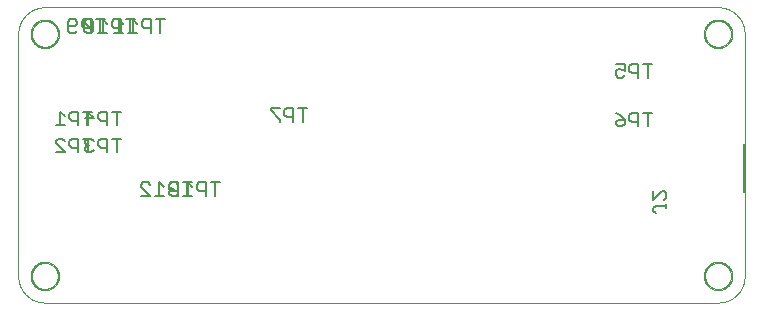
<source format=gbo>
G75*
%MOIN*%
%OFA0B0*%
%FSLAX25Y25*%
%IPPOS*%
%LPD*%
%AMOC8*
5,1,8,0,0,1.08239X$1,22.5*
%
%ADD10C,0.00039*%
%ADD11C,0.00000*%
%ADD12C,0.00394*%
%ADD13C,0.00500*%
D10*
X0111687Y0063551D02*
X0336097Y0063551D01*
X0336311Y0063554D01*
X0336525Y0063561D01*
X0336739Y0063574D01*
X0336952Y0063592D01*
X0337165Y0063616D01*
X0337377Y0063644D01*
X0337588Y0063677D01*
X0337799Y0063716D01*
X0338008Y0063760D01*
X0338217Y0063808D01*
X0338424Y0063862D01*
X0338630Y0063921D01*
X0338834Y0063985D01*
X0339037Y0064053D01*
X0339238Y0064127D01*
X0339437Y0064205D01*
X0339635Y0064288D01*
X0339830Y0064376D01*
X0340023Y0064468D01*
X0340214Y0064566D01*
X0340402Y0064667D01*
X0340588Y0064774D01*
X0340771Y0064884D01*
X0340951Y0065000D01*
X0341129Y0065119D01*
X0341304Y0065243D01*
X0341475Y0065371D01*
X0341644Y0065503D01*
X0341809Y0065639D01*
X0341971Y0065779D01*
X0342129Y0065923D01*
X0342284Y0066070D01*
X0342436Y0066222D01*
X0342583Y0066377D01*
X0342727Y0066535D01*
X0342867Y0066697D01*
X0343003Y0066862D01*
X0343135Y0067031D01*
X0343263Y0067202D01*
X0343387Y0067377D01*
X0343506Y0067555D01*
X0343622Y0067735D01*
X0343732Y0067918D01*
X0343839Y0068104D01*
X0343940Y0068292D01*
X0344038Y0068483D01*
X0344130Y0068676D01*
X0344218Y0068871D01*
X0344301Y0069069D01*
X0344379Y0069268D01*
X0344453Y0069469D01*
X0344521Y0069672D01*
X0344585Y0069876D01*
X0344644Y0070082D01*
X0344698Y0070289D01*
X0344746Y0070498D01*
X0344790Y0070707D01*
X0344829Y0070918D01*
X0344862Y0071129D01*
X0344890Y0071341D01*
X0344914Y0071554D01*
X0344932Y0071767D01*
X0344945Y0071981D01*
X0344952Y0072195D01*
X0344955Y0072409D01*
X0344955Y0153118D01*
X0344952Y0153332D01*
X0344945Y0153546D01*
X0344932Y0153760D01*
X0344914Y0153973D01*
X0344890Y0154186D01*
X0344862Y0154398D01*
X0344829Y0154609D01*
X0344790Y0154820D01*
X0344746Y0155029D01*
X0344698Y0155238D01*
X0344644Y0155445D01*
X0344585Y0155651D01*
X0344521Y0155855D01*
X0344453Y0156058D01*
X0344379Y0156259D01*
X0344301Y0156458D01*
X0344218Y0156656D01*
X0344130Y0156851D01*
X0344038Y0157044D01*
X0343940Y0157235D01*
X0343839Y0157423D01*
X0343732Y0157609D01*
X0343622Y0157792D01*
X0343506Y0157972D01*
X0343387Y0158150D01*
X0343263Y0158325D01*
X0343135Y0158496D01*
X0343003Y0158665D01*
X0342867Y0158830D01*
X0342727Y0158992D01*
X0342583Y0159150D01*
X0342436Y0159305D01*
X0342284Y0159457D01*
X0342129Y0159604D01*
X0341971Y0159748D01*
X0341809Y0159888D01*
X0341644Y0160024D01*
X0341475Y0160156D01*
X0341304Y0160284D01*
X0341129Y0160408D01*
X0340951Y0160527D01*
X0340771Y0160643D01*
X0340588Y0160753D01*
X0340402Y0160860D01*
X0340214Y0160961D01*
X0340023Y0161059D01*
X0339830Y0161151D01*
X0339635Y0161239D01*
X0339437Y0161322D01*
X0339238Y0161400D01*
X0339037Y0161474D01*
X0338834Y0161542D01*
X0338630Y0161606D01*
X0338424Y0161665D01*
X0338217Y0161719D01*
X0338008Y0161767D01*
X0337799Y0161811D01*
X0337588Y0161850D01*
X0337377Y0161883D01*
X0337165Y0161911D01*
X0336952Y0161935D01*
X0336739Y0161953D01*
X0336525Y0161966D01*
X0336311Y0161973D01*
X0336097Y0161976D01*
X0111687Y0161976D01*
X0111473Y0161973D01*
X0111259Y0161966D01*
X0111045Y0161953D01*
X0110832Y0161935D01*
X0110619Y0161911D01*
X0110407Y0161883D01*
X0110196Y0161850D01*
X0109985Y0161811D01*
X0109776Y0161767D01*
X0109567Y0161719D01*
X0109360Y0161665D01*
X0109154Y0161606D01*
X0108950Y0161542D01*
X0108747Y0161474D01*
X0108546Y0161400D01*
X0108347Y0161322D01*
X0108149Y0161239D01*
X0107954Y0161151D01*
X0107761Y0161059D01*
X0107570Y0160961D01*
X0107382Y0160860D01*
X0107196Y0160753D01*
X0107013Y0160643D01*
X0106833Y0160527D01*
X0106655Y0160408D01*
X0106480Y0160284D01*
X0106309Y0160156D01*
X0106140Y0160024D01*
X0105975Y0159888D01*
X0105813Y0159748D01*
X0105655Y0159604D01*
X0105500Y0159457D01*
X0105348Y0159305D01*
X0105201Y0159150D01*
X0105057Y0158992D01*
X0104917Y0158830D01*
X0104781Y0158665D01*
X0104649Y0158496D01*
X0104521Y0158325D01*
X0104397Y0158150D01*
X0104278Y0157972D01*
X0104162Y0157792D01*
X0104052Y0157609D01*
X0103945Y0157423D01*
X0103844Y0157235D01*
X0103746Y0157044D01*
X0103654Y0156851D01*
X0103566Y0156656D01*
X0103483Y0156458D01*
X0103405Y0156259D01*
X0103331Y0156058D01*
X0103263Y0155855D01*
X0103199Y0155651D01*
X0103140Y0155445D01*
X0103086Y0155238D01*
X0103038Y0155029D01*
X0102994Y0154820D01*
X0102955Y0154609D01*
X0102922Y0154398D01*
X0102894Y0154186D01*
X0102870Y0153973D01*
X0102852Y0153760D01*
X0102839Y0153546D01*
X0102832Y0153332D01*
X0102829Y0153118D01*
X0102829Y0072409D01*
X0102832Y0072195D01*
X0102839Y0071981D01*
X0102852Y0071767D01*
X0102870Y0071554D01*
X0102894Y0071341D01*
X0102922Y0071129D01*
X0102955Y0070918D01*
X0102994Y0070707D01*
X0103038Y0070498D01*
X0103086Y0070289D01*
X0103140Y0070082D01*
X0103199Y0069876D01*
X0103263Y0069672D01*
X0103331Y0069469D01*
X0103405Y0069268D01*
X0103483Y0069069D01*
X0103566Y0068871D01*
X0103654Y0068676D01*
X0103746Y0068483D01*
X0103844Y0068292D01*
X0103945Y0068104D01*
X0104052Y0067918D01*
X0104162Y0067735D01*
X0104278Y0067555D01*
X0104397Y0067377D01*
X0104521Y0067202D01*
X0104649Y0067031D01*
X0104781Y0066862D01*
X0104917Y0066697D01*
X0105057Y0066535D01*
X0105201Y0066377D01*
X0105348Y0066222D01*
X0105500Y0066070D01*
X0105655Y0065923D01*
X0105813Y0065779D01*
X0105975Y0065639D01*
X0106140Y0065503D01*
X0106309Y0065371D01*
X0106480Y0065243D01*
X0106655Y0065119D01*
X0106833Y0065000D01*
X0107013Y0064884D01*
X0107196Y0064774D01*
X0107382Y0064667D01*
X0107570Y0064566D01*
X0107761Y0064468D01*
X0107954Y0064376D01*
X0108149Y0064288D01*
X0108347Y0064205D01*
X0108546Y0064127D01*
X0108747Y0064053D01*
X0108950Y0063985D01*
X0109154Y0063921D01*
X0109360Y0063862D01*
X0109567Y0063808D01*
X0109776Y0063760D01*
X0109985Y0063716D01*
X0110196Y0063677D01*
X0110407Y0063644D01*
X0110619Y0063616D01*
X0110832Y0063592D01*
X0111045Y0063574D01*
X0111259Y0063561D01*
X0111473Y0063554D01*
X0111687Y0063551D01*
D11*
X0107356Y0072409D02*
X0107358Y0072540D01*
X0107364Y0072672D01*
X0107374Y0072803D01*
X0107388Y0072934D01*
X0107406Y0073064D01*
X0107428Y0073193D01*
X0107453Y0073322D01*
X0107483Y0073450D01*
X0107517Y0073577D01*
X0107554Y0073704D01*
X0107595Y0073828D01*
X0107640Y0073952D01*
X0107689Y0074074D01*
X0107741Y0074195D01*
X0107797Y0074313D01*
X0107857Y0074431D01*
X0107920Y0074546D01*
X0107987Y0074659D01*
X0108057Y0074771D01*
X0108130Y0074880D01*
X0108206Y0074986D01*
X0108286Y0075091D01*
X0108369Y0075193D01*
X0108455Y0075292D01*
X0108544Y0075389D01*
X0108636Y0075483D01*
X0108731Y0075574D01*
X0108828Y0075663D01*
X0108928Y0075748D01*
X0109031Y0075830D01*
X0109136Y0075909D01*
X0109243Y0075985D01*
X0109353Y0076057D01*
X0109465Y0076126D01*
X0109579Y0076192D01*
X0109694Y0076254D01*
X0109812Y0076313D01*
X0109931Y0076368D01*
X0110052Y0076420D01*
X0110175Y0076467D01*
X0110299Y0076511D01*
X0110424Y0076552D01*
X0110550Y0076588D01*
X0110678Y0076621D01*
X0110806Y0076649D01*
X0110935Y0076674D01*
X0111065Y0076695D01*
X0111195Y0076712D01*
X0111326Y0076725D01*
X0111457Y0076734D01*
X0111588Y0076739D01*
X0111720Y0076740D01*
X0111851Y0076737D01*
X0111983Y0076730D01*
X0112114Y0076719D01*
X0112244Y0076704D01*
X0112374Y0076685D01*
X0112504Y0076662D01*
X0112632Y0076636D01*
X0112760Y0076605D01*
X0112887Y0076570D01*
X0113013Y0076532D01*
X0113137Y0076490D01*
X0113261Y0076444D01*
X0113382Y0076394D01*
X0113502Y0076341D01*
X0113621Y0076284D01*
X0113738Y0076224D01*
X0113852Y0076160D01*
X0113965Y0076092D01*
X0114076Y0076021D01*
X0114185Y0075947D01*
X0114291Y0075870D01*
X0114395Y0075789D01*
X0114496Y0075706D01*
X0114595Y0075619D01*
X0114691Y0075529D01*
X0114784Y0075436D01*
X0114875Y0075341D01*
X0114962Y0075243D01*
X0115047Y0075142D01*
X0115128Y0075039D01*
X0115206Y0074933D01*
X0115281Y0074825D01*
X0115353Y0074715D01*
X0115421Y0074603D01*
X0115486Y0074489D01*
X0115547Y0074372D01*
X0115605Y0074254D01*
X0115659Y0074134D01*
X0115710Y0074013D01*
X0115757Y0073890D01*
X0115800Y0073766D01*
X0115839Y0073641D01*
X0115875Y0073514D01*
X0115906Y0073386D01*
X0115934Y0073258D01*
X0115958Y0073129D01*
X0115978Y0072999D01*
X0115994Y0072868D01*
X0116006Y0072737D01*
X0116014Y0072606D01*
X0116018Y0072475D01*
X0116018Y0072343D01*
X0116014Y0072212D01*
X0116006Y0072081D01*
X0115994Y0071950D01*
X0115978Y0071819D01*
X0115958Y0071689D01*
X0115934Y0071560D01*
X0115906Y0071432D01*
X0115875Y0071304D01*
X0115839Y0071177D01*
X0115800Y0071052D01*
X0115757Y0070928D01*
X0115710Y0070805D01*
X0115659Y0070684D01*
X0115605Y0070564D01*
X0115547Y0070446D01*
X0115486Y0070329D01*
X0115421Y0070215D01*
X0115353Y0070103D01*
X0115281Y0069993D01*
X0115206Y0069885D01*
X0115128Y0069779D01*
X0115047Y0069676D01*
X0114962Y0069575D01*
X0114875Y0069477D01*
X0114784Y0069382D01*
X0114691Y0069289D01*
X0114595Y0069199D01*
X0114496Y0069112D01*
X0114395Y0069029D01*
X0114291Y0068948D01*
X0114185Y0068871D01*
X0114076Y0068797D01*
X0113965Y0068726D01*
X0113853Y0068658D01*
X0113738Y0068594D01*
X0113621Y0068534D01*
X0113502Y0068477D01*
X0113382Y0068424D01*
X0113261Y0068374D01*
X0113137Y0068328D01*
X0113013Y0068286D01*
X0112887Y0068248D01*
X0112760Y0068213D01*
X0112632Y0068182D01*
X0112504Y0068156D01*
X0112374Y0068133D01*
X0112244Y0068114D01*
X0112114Y0068099D01*
X0111983Y0068088D01*
X0111851Y0068081D01*
X0111720Y0068078D01*
X0111588Y0068079D01*
X0111457Y0068084D01*
X0111326Y0068093D01*
X0111195Y0068106D01*
X0111065Y0068123D01*
X0110935Y0068144D01*
X0110806Y0068169D01*
X0110678Y0068197D01*
X0110550Y0068230D01*
X0110424Y0068266D01*
X0110299Y0068307D01*
X0110175Y0068351D01*
X0110052Y0068398D01*
X0109931Y0068450D01*
X0109812Y0068505D01*
X0109694Y0068564D01*
X0109579Y0068626D01*
X0109465Y0068692D01*
X0109353Y0068761D01*
X0109243Y0068833D01*
X0109136Y0068909D01*
X0109031Y0068988D01*
X0108928Y0069070D01*
X0108828Y0069155D01*
X0108731Y0069244D01*
X0108636Y0069335D01*
X0108544Y0069429D01*
X0108455Y0069526D01*
X0108369Y0069625D01*
X0108286Y0069727D01*
X0108206Y0069832D01*
X0108130Y0069938D01*
X0108057Y0070047D01*
X0107987Y0070159D01*
X0107920Y0070272D01*
X0107857Y0070387D01*
X0107797Y0070505D01*
X0107741Y0070623D01*
X0107689Y0070744D01*
X0107640Y0070866D01*
X0107595Y0070990D01*
X0107554Y0071114D01*
X0107517Y0071241D01*
X0107483Y0071368D01*
X0107453Y0071496D01*
X0107428Y0071625D01*
X0107406Y0071754D01*
X0107388Y0071884D01*
X0107374Y0072015D01*
X0107364Y0072146D01*
X0107358Y0072278D01*
X0107356Y0072409D01*
X0107356Y0153118D02*
X0107358Y0153249D01*
X0107364Y0153381D01*
X0107374Y0153512D01*
X0107388Y0153643D01*
X0107406Y0153773D01*
X0107428Y0153902D01*
X0107453Y0154031D01*
X0107483Y0154159D01*
X0107517Y0154286D01*
X0107554Y0154413D01*
X0107595Y0154537D01*
X0107640Y0154661D01*
X0107689Y0154783D01*
X0107741Y0154904D01*
X0107797Y0155022D01*
X0107857Y0155140D01*
X0107920Y0155255D01*
X0107987Y0155368D01*
X0108057Y0155480D01*
X0108130Y0155589D01*
X0108206Y0155695D01*
X0108286Y0155800D01*
X0108369Y0155902D01*
X0108455Y0156001D01*
X0108544Y0156098D01*
X0108636Y0156192D01*
X0108731Y0156283D01*
X0108828Y0156372D01*
X0108928Y0156457D01*
X0109031Y0156539D01*
X0109136Y0156618D01*
X0109243Y0156694D01*
X0109353Y0156766D01*
X0109465Y0156835D01*
X0109579Y0156901D01*
X0109694Y0156963D01*
X0109812Y0157022D01*
X0109931Y0157077D01*
X0110052Y0157129D01*
X0110175Y0157176D01*
X0110299Y0157220D01*
X0110424Y0157261D01*
X0110550Y0157297D01*
X0110678Y0157330D01*
X0110806Y0157358D01*
X0110935Y0157383D01*
X0111065Y0157404D01*
X0111195Y0157421D01*
X0111326Y0157434D01*
X0111457Y0157443D01*
X0111588Y0157448D01*
X0111720Y0157449D01*
X0111851Y0157446D01*
X0111983Y0157439D01*
X0112114Y0157428D01*
X0112244Y0157413D01*
X0112374Y0157394D01*
X0112504Y0157371D01*
X0112632Y0157345D01*
X0112760Y0157314D01*
X0112887Y0157279D01*
X0113013Y0157241D01*
X0113137Y0157199D01*
X0113261Y0157153D01*
X0113382Y0157103D01*
X0113502Y0157050D01*
X0113621Y0156993D01*
X0113738Y0156933D01*
X0113852Y0156869D01*
X0113965Y0156801D01*
X0114076Y0156730D01*
X0114185Y0156656D01*
X0114291Y0156579D01*
X0114395Y0156498D01*
X0114496Y0156415D01*
X0114595Y0156328D01*
X0114691Y0156238D01*
X0114784Y0156145D01*
X0114875Y0156050D01*
X0114962Y0155952D01*
X0115047Y0155851D01*
X0115128Y0155748D01*
X0115206Y0155642D01*
X0115281Y0155534D01*
X0115353Y0155424D01*
X0115421Y0155312D01*
X0115486Y0155198D01*
X0115547Y0155081D01*
X0115605Y0154963D01*
X0115659Y0154843D01*
X0115710Y0154722D01*
X0115757Y0154599D01*
X0115800Y0154475D01*
X0115839Y0154350D01*
X0115875Y0154223D01*
X0115906Y0154095D01*
X0115934Y0153967D01*
X0115958Y0153838D01*
X0115978Y0153708D01*
X0115994Y0153577D01*
X0116006Y0153446D01*
X0116014Y0153315D01*
X0116018Y0153184D01*
X0116018Y0153052D01*
X0116014Y0152921D01*
X0116006Y0152790D01*
X0115994Y0152659D01*
X0115978Y0152528D01*
X0115958Y0152398D01*
X0115934Y0152269D01*
X0115906Y0152141D01*
X0115875Y0152013D01*
X0115839Y0151886D01*
X0115800Y0151761D01*
X0115757Y0151637D01*
X0115710Y0151514D01*
X0115659Y0151393D01*
X0115605Y0151273D01*
X0115547Y0151155D01*
X0115486Y0151038D01*
X0115421Y0150924D01*
X0115353Y0150812D01*
X0115281Y0150702D01*
X0115206Y0150594D01*
X0115128Y0150488D01*
X0115047Y0150385D01*
X0114962Y0150284D01*
X0114875Y0150186D01*
X0114784Y0150091D01*
X0114691Y0149998D01*
X0114595Y0149908D01*
X0114496Y0149821D01*
X0114395Y0149738D01*
X0114291Y0149657D01*
X0114185Y0149580D01*
X0114076Y0149506D01*
X0113965Y0149435D01*
X0113853Y0149367D01*
X0113738Y0149303D01*
X0113621Y0149243D01*
X0113502Y0149186D01*
X0113382Y0149133D01*
X0113261Y0149083D01*
X0113137Y0149037D01*
X0113013Y0148995D01*
X0112887Y0148957D01*
X0112760Y0148922D01*
X0112632Y0148891D01*
X0112504Y0148865D01*
X0112374Y0148842D01*
X0112244Y0148823D01*
X0112114Y0148808D01*
X0111983Y0148797D01*
X0111851Y0148790D01*
X0111720Y0148787D01*
X0111588Y0148788D01*
X0111457Y0148793D01*
X0111326Y0148802D01*
X0111195Y0148815D01*
X0111065Y0148832D01*
X0110935Y0148853D01*
X0110806Y0148878D01*
X0110678Y0148906D01*
X0110550Y0148939D01*
X0110424Y0148975D01*
X0110299Y0149016D01*
X0110175Y0149060D01*
X0110052Y0149107D01*
X0109931Y0149159D01*
X0109812Y0149214D01*
X0109694Y0149273D01*
X0109579Y0149335D01*
X0109465Y0149401D01*
X0109353Y0149470D01*
X0109243Y0149542D01*
X0109136Y0149618D01*
X0109031Y0149697D01*
X0108928Y0149779D01*
X0108828Y0149864D01*
X0108731Y0149953D01*
X0108636Y0150044D01*
X0108544Y0150138D01*
X0108455Y0150235D01*
X0108369Y0150334D01*
X0108286Y0150436D01*
X0108206Y0150541D01*
X0108130Y0150647D01*
X0108057Y0150756D01*
X0107987Y0150868D01*
X0107920Y0150981D01*
X0107857Y0151096D01*
X0107797Y0151214D01*
X0107741Y0151332D01*
X0107689Y0151453D01*
X0107640Y0151575D01*
X0107595Y0151699D01*
X0107554Y0151823D01*
X0107517Y0151950D01*
X0107483Y0152077D01*
X0107453Y0152205D01*
X0107428Y0152334D01*
X0107406Y0152463D01*
X0107388Y0152593D01*
X0107374Y0152724D01*
X0107364Y0152855D01*
X0107358Y0152987D01*
X0107356Y0153118D01*
X0331766Y0153118D02*
X0331768Y0153249D01*
X0331774Y0153381D01*
X0331784Y0153512D01*
X0331798Y0153643D01*
X0331816Y0153773D01*
X0331838Y0153902D01*
X0331863Y0154031D01*
X0331893Y0154159D01*
X0331927Y0154286D01*
X0331964Y0154413D01*
X0332005Y0154537D01*
X0332050Y0154661D01*
X0332099Y0154783D01*
X0332151Y0154904D01*
X0332207Y0155022D01*
X0332267Y0155140D01*
X0332330Y0155255D01*
X0332397Y0155368D01*
X0332467Y0155480D01*
X0332540Y0155589D01*
X0332616Y0155695D01*
X0332696Y0155800D01*
X0332779Y0155902D01*
X0332865Y0156001D01*
X0332954Y0156098D01*
X0333046Y0156192D01*
X0333141Y0156283D01*
X0333238Y0156372D01*
X0333338Y0156457D01*
X0333441Y0156539D01*
X0333546Y0156618D01*
X0333653Y0156694D01*
X0333763Y0156766D01*
X0333875Y0156835D01*
X0333989Y0156901D01*
X0334104Y0156963D01*
X0334222Y0157022D01*
X0334341Y0157077D01*
X0334462Y0157129D01*
X0334585Y0157176D01*
X0334709Y0157220D01*
X0334834Y0157261D01*
X0334960Y0157297D01*
X0335088Y0157330D01*
X0335216Y0157358D01*
X0335345Y0157383D01*
X0335475Y0157404D01*
X0335605Y0157421D01*
X0335736Y0157434D01*
X0335867Y0157443D01*
X0335998Y0157448D01*
X0336130Y0157449D01*
X0336261Y0157446D01*
X0336393Y0157439D01*
X0336524Y0157428D01*
X0336654Y0157413D01*
X0336784Y0157394D01*
X0336914Y0157371D01*
X0337042Y0157345D01*
X0337170Y0157314D01*
X0337297Y0157279D01*
X0337423Y0157241D01*
X0337547Y0157199D01*
X0337671Y0157153D01*
X0337792Y0157103D01*
X0337912Y0157050D01*
X0338031Y0156993D01*
X0338148Y0156933D01*
X0338262Y0156869D01*
X0338375Y0156801D01*
X0338486Y0156730D01*
X0338595Y0156656D01*
X0338701Y0156579D01*
X0338805Y0156498D01*
X0338906Y0156415D01*
X0339005Y0156328D01*
X0339101Y0156238D01*
X0339194Y0156145D01*
X0339285Y0156050D01*
X0339372Y0155952D01*
X0339457Y0155851D01*
X0339538Y0155748D01*
X0339616Y0155642D01*
X0339691Y0155534D01*
X0339763Y0155424D01*
X0339831Y0155312D01*
X0339896Y0155198D01*
X0339957Y0155081D01*
X0340015Y0154963D01*
X0340069Y0154843D01*
X0340120Y0154722D01*
X0340167Y0154599D01*
X0340210Y0154475D01*
X0340249Y0154350D01*
X0340285Y0154223D01*
X0340316Y0154095D01*
X0340344Y0153967D01*
X0340368Y0153838D01*
X0340388Y0153708D01*
X0340404Y0153577D01*
X0340416Y0153446D01*
X0340424Y0153315D01*
X0340428Y0153184D01*
X0340428Y0153052D01*
X0340424Y0152921D01*
X0340416Y0152790D01*
X0340404Y0152659D01*
X0340388Y0152528D01*
X0340368Y0152398D01*
X0340344Y0152269D01*
X0340316Y0152141D01*
X0340285Y0152013D01*
X0340249Y0151886D01*
X0340210Y0151761D01*
X0340167Y0151637D01*
X0340120Y0151514D01*
X0340069Y0151393D01*
X0340015Y0151273D01*
X0339957Y0151155D01*
X0339896Y0151038D01*
X0339831Y0150924D01*
X0339763Y0150812D01*
X0339691Y0150702D01*
X0339616Y0150594D01*
X0339538Y0150488D01*
X0339457Y0150385D01*
X0339372Y0150284D01*
X0339285Y0150186D01*
X0339194Y0150091D01*
X0339101Y0149998D01*
X0339005Y0149908D01*
X0338906Y0149821D01*
X0338805Y0149738D01*
X0338701Y0149657D01*
X0338595Y0149580D01*
X0338486Y0149506D01*
X0338375Y0149435D01*
X0338263Y0149367D01*
X0338148Y0149303D01*
X0338031Y0149243D01*
X0337912Y0149186D01*
X0337792Y0149133D01*
X0337671Y0149083D01*
X0337547Y0149037D01*
X0337423Y0148995D01*
X0337297Y0148957D01*
X0337170Y0148922D01*
X0337042Y0148891D01*
X0336914Y0148865D01*
X0336784Y0148842D01*
X0336654Y0148823D01*
X0336524Y0148808D01*
X0336393Y0148797D01*
X0336261Y0148790D01*
X0336130Y0148787D01*
X0335998Y0148788D01*
X0335867Y0148793D01*
X0335736Y0148802D01*
X0335605Y0148815D01*
X0335475Y0148832D01*
X0335345Y0148853D01*
X0335216Y0148878D01*
X0335088Y0148906D01*
X0334960Y0148939D01*
X0334834Y0148975D01*
X0334709Y0149016D01*
X0334585Y0149060D01*
X0334462Y0149107D01*
X0334341Y0149159D01*
X0334222Y0149214D01*
X0334104Y0149273D01*
X0333989Y0149335D01*
X0333875Y0149401D01*
X0333763Y0149470D01*
X0333653Y0149542D01*
X0333546Y0149618D01*
X0333441Y0149697D01*
X0333338Y0149779D01*
X0333238Y0149864D01*
X0333141Y0149953D01*
X0333046Y0150044D01*
X0332954Y0150138D01*
X0332865Y0150235D01*
X0332779Y0150334D01*
X0332696Y0150436D01*
X0332616Y0150541D01*
X0332540Y0150647D01*
X0332467Y0150756D01*
X0332397Y0150868D01*
X0332330Y0150981D01*
X0332267Y0151096D01*
X0332207Y0151214D01*
X0332151Y0151332D01*
X0332099Y0151453D01*
X0332050Y0151575D01*
X0332005Y0151699D01*
X0331964Y0151823D01*
X0331927Y0151950D01*
X0331893Y0152077D01*
X0331863Y0152205D01*
X0331838Y0152334D01*
X0331816Y0152463D01*
X0331798Y0152593D01*
X0331784Y0152724D01*
X0331774Y0152855D01*
X0331768Y0152987D01*
X0331766Y0153118D01*
X0331766Y0072409D02*
X0331768Y0072540D01*
X0331774Y0072672D01*
X0331784Y0072803D01*
X0331798Y0072934D01*
X0331816Y0073064D01*
X0331838Y0073193D01*
X0331863Y0073322D01*
X0331893Y0073450D01*
X0331927Y0073577D01*
X0331964Y0073704D01*
X0332005Y0073828D01*
X0332050Y0073952D01*
X0332099Y0074074D01*
X0332151Y0074195D01*
X0332207Y0074313D01*
X0332267Y0074431D01*
X0332330Y0074546D01*
X0332397Y0074659D01*
X0332467Y0074771D01*
X0332540Y0074880D01*
X0332616Y0074986D01*
X0332696Y0075091D01*
X0332779Y0075193D01*
X0332865Y0075292D01*
X0332954Y0075389D01*
X0333046Y0075483D01*
X0333141Y0075574D01*
X0333238Y0075663D01*
X0333338Y0075748D01*
X0333441Y0075830D01*
X0333546Y0075909D01*
X0333653Y0075985D01*
X0333763Y0076057D01*
X0333875Y0076126D01*
X0333989Y0076192D01*
X0334104Y0076254D01*
X0334222Y0076313D01*
X0334341Y0076368D01*
X0334462Y0076420D01*
X0334585Y0076467D01*
X0334709Y0076511D01*
X0334834Y0076552D01*
X0334960Y0076588D01*
X0335088Y0076621D01*
X0335216Y0076649D01*
X0335345Y0076674D01*
X0335475Y0076695D01*
X0335605Y0076712D01*
X0335736Y0076725D01*
X0335867Y0076734D01*
X0335998Y0076739D01*
X0336130Y0076740D01*
X0336261Y0076737D01*
X0336393Y0076730D01*
X0336524Y0076719D01*
X0336654Y0076704D01*
X0336784Y0076685D01*
X0336914Y0076662D01*
X0337042Y0076636D01*
X0337170Y0076605D01*
X0337297Y0076570D01*
X0337423Y0076532D01*
X0337547Y0076490D01*
X0337671Y0076444D01*
X0337792Y0076394D01*
X0337912Y0076341D01*
X0338031Y0076284D01*
X0338148Y0076224D01*
X0338262Y0076160D01*
X0338375Y0076092D01*
X0338486Y0076021D01*
X0338595Y0075947D01*
X0338701Y0075870D01*
X0338805Y0075789D01*
X0338906Y0075706D01*
X0339005Y0075619D01*
X0339101Y0075529D01*
X0339194Y0075436D01*
X0339285Y0075341D01*
X0339372Y0075243D01*
X0339457Y0075142D01*
X0339538Y0075039D01*
X0339616Y0074933D01*
X0339691Y0074825D01*
X0339763Y0074715D01*
X0339831Y0074603D01*
X0339896Y0074489D01*
X0339957Y0074372D01*
X0340015Y0074254D01*
X0340069Y0074134D01*
X0340120Y0074013D01*
X0340167Y0073890D01*
X0340210Y0073766D01*
X0340249Y0073641D01*
X0340285Y0073514D01*
X0340316Y0073386D01*
X0340344Y0073258D01*
X0340368Y0073129D01*
X0340388Y0072999D01*
X0340404Y0072868D01*
X0340416Y0072737D01*
X0340424Y0072606D01*
X0340428Y0072475D01*
X0340428Y0072343D01*
X0340424Y0072212D01*
X0340416Y0072081D01*
X0340404Y0071950D01*
X0340388Y0071819D01*
X0340368Y0071689D01*
X0340344Y0071560D01*
X0340316Y0071432D01*
X0340285Y0071304D01*
X0340249Y0071177D01*
X0340210Y0071052D01*
X0340167Y0070928D01*
X0340120Y0070805D01*
X0340069Y0070684D01*
X0340015Y0070564D01*
X0339957Y0070446D01*
X0339896Y0070329D01*
X0339831Y0070215D01*
X0339763Y0070103D01*
X0339691Y0069993D01*
X0339616Y0069885D01*
X0339538Y0069779D01*
X0339457Y0069676D01*
X0339372Y0069575D01*
X0339285Y0069477D01*
X0339194Y0069382D01*
X0339101Y0069289D01*
X0339005Y0069199D01*
X0338906Y0069112D01*
X0338805Y0069029D01*
X0338701Y0068948D01*
X0338595Y0068871D01*
X0338486Y0068797D01*
X0338375Y0068726D01*
X0338263Y0068658D01*
X0338148Y0068594D01*
X0338031Y0068534D01*
X0337912Y0068477D01*
X0337792Y0068424D01*
X0337671Y0068374D01*
X0337547Y0068328D01*
X0337423Y0068286D01*
X0337297Y0068248D01*
X0337170Y0068213D01*
X0337042Y0068182D01*
X0336914Y0068156D01*
X0336784Y0068133D01*
X0336654Y0068114D01*
X0336524Y0068099D01*
X0336393Y0068088D01*
X0336261Y0068081D01*
X0336130Y0068078D01*
X0335998Y0068079D01*
X0335867Y0068084D01*
X0335736Y0068093D01*
X0335605Y0068106D01*
X0335475Y0068123D01*
X0335345Y0068144D01*
X0335216Y0068169D01*
X0335088Y0068197D01*
X0334960Y0068230D01*
X0334834Y0068266D01*
X0334709Y0068307D01*
X0334585Y0068351D01*
X0334462Y0068398D01*
X0334341Y0068450D01*
X0334222Y0068505D01*
X0334104Y0068564D01*
X0333989Y0068626D01*
X0333875Y0068692D01*
X0333763Y0068761D01*
X0333653Y0068833D01*
X0333546Y0068909D01*
X0333441Y0068988D01*
X0333338Y0069070D01*
X0333238Y0069155D01*
X0333141Y0069244D01*
X0333046Y0069335D01*
X0332954Y0069429D01*
X0332865Y0069526D01*
X0332779Y0069625D01*
X0332696Y0069727D01*
X0332616Y0069832D01*
X0332540Y0069938D01*
X0332467Y0070047D01*
X0332397Y0070159D01*
X0332330Y0070272D01*
X0332267Y0070387D01*
X0332207Y0070505D01*
X0332151Y0070623D01*
X0332099Y0070744D01*
X0332050Y0070866D01*
X0332005Y0070990D01*
X0331964Y0071114D01*
X0331927Y0071241D01*
X0331893Y0071368D01*
X0331863Y0071496D01*
X0331838Y0071625D01*
X0331816Y0071754D01*
X0331798Y0071884D01*
X0331784Y0072015D01*
X0331774Y0072146D01*
X0331768Y0072278D01*
X0331766Y0072409D01*
D12*
X0331347Y0072409D02*
X0331349Y0072547D01*
X0331355Y0072684D01*
X0331365Y0072821D01*
X0331379Y0072958D01*
X0331397Y0073094D01*
X0331419Y0073230D01*
X0331444Y0073365D01*
X0331474Y0073499D01*
X0331507Y0073633D01*
X0331545Y0073765D01*
X0331586Y0073896D01*
X0331631Y0074026D01*
X0331680Y0074155D01*
X0331732Y0074282D01*
X0331788Y0074408D01*
X0331848Y0074532D01*
X0331911Y0074654D01*
X0331978Y0074774D01*
X0332048Y0074892D01*
X0332121Y0075009D01*
X0332198Y0075123D01*
X0332279Y0075234D01*
X0332362Y0075344D01*
X0332448Y0075451D01*
X0332538Y0075555D01*
X0332631Y0075657D01*
X0332726Y0075756D01*
X0332824Y0075852D01*
X0332925Y0075945D01*
X0333029Y0076035D01*
X0333135Y0076123D01*
X0333244Y0076207D01*
X0333355Y0076288D01*
X0333469Y0076366D01*
X0333584Y0076440D01*
X0333702Y0076511D01*
X0333822Y0076579D01*
X0333944Y0076643D01*
X0334067Y0076703D01*
X0334192Y0076760D01*
X0334319Y0076814D01*
X0334447Y0076863D01*
X0334577Y0076909D01*
X0334708Y0076951D01*
X0334840Y0076990D01*
X0334973Y0077024D01*
X0335107Y0077055D01*
X0335242Y0077081D01*
X0335378Y0077104D01*
X0335514Y0077123D01*
X0335651Y0077138D01*
X0335788Y0077149D01*
X0335925Y0077156D01*
X0336063Y0077159D01*
X0336200Y0077158D01*
X0336338Y0077153D01*
X0336475Y0077144D01*
X0336612Y0077131D01*
X0336748Y0077114D01*
X0336884Y0077093D01*
X0337019Y0077069D01*
X0337154Y0077040D01*
X0337288Y0077007D01*
X0337420Y0076971D01*
X0337552Y0076931D01*
X0337682Y0076887D01*
X0337811Y0076839D01*
X0337939Y0076787D01*
X0338065Y0076732D01*
X0338189Y0076674D01*
X0338311Y0076611D01*
X0338432Y0076545D01*
X0338551Y0076476D01*
X0338668Y0076403D01*
X0338782Y0076327D01*
X0338895Y0076248D01*
X0339005Y0076165D01*
X0339112Y0076079D01*
X0339217Y0075991D01*
X0339319Y0075899D01*
X0339419Y0075804D01*
X0339516Y0075706D01*
X0339610Y0075606D01*
X0339701Y0075503D01*
X0339789Y0075397D01*
X0339874Y0075289D01*
X0339956Y0075179D01*
X0340035Y0075066D01*
X0340110Y0074951D01*
X0340182Y0074833D01*
X0340250Y0074714D01*
X0340315Y0074593D01*
X0340377Y0074470D01*
X0340434Y0074345D01*
X0340489Y0074219D01*
X0340539Y0074091D01*
X0340586Y0073962D01*
X0340629Y0073831D01*
X0340668Y0073699D01*
X0340704Y0073566D01*
X0340735Y0073432D01*
X0340763Y0073298D01*
X0340787Y0073162D01*
X0340807Y0073026D01*
X0340823Y0072890D01*
X0340835Y0072753D01*
X0340843Y0072615D01*
X0340847Y0072478D01*
X0340847Y0072340D01*
X0340843Y0072203D01*
X0340835Y0072065D01*
X0340823Y0071928D01*
X0340807Y0071792D01*
X0340787Y0071656D01*
X0340763Y0071520D01*
X0340735Y0071386D01*
X0340704Y0071252D01*
X0340668Y0071119D01*
X0340629Y0070987D01*
X0340586Y0070856D01*
X0340539Y0070727D01*
X0340489Y0070599D01*
X0340434Y0070473D01*
X0340377Y0070348D01*
X0340315Y0070225D01*
X0340250Y0070104D01*
X0340182Y0069985D01*
X0340110Y0069867D01*
X0340035Y0069752D01*
X0339956Y0069639D01*
X0339874Y0069529D01*
X0339789Y0069421D01*
X0339701Y0069315D01*
X0339610Y0069212D01*
X0339516Y0069112D01*
X0339419Y0069014D01*
X0339319Y0068919D01*
X0339217Y0068827D01*
X0339112Y0068739D01*
X0339005Y0068653D01*
X0338895Y0068570D01*
X0338782Y0068491D01*
X0338668Y0068415D01*
X0338551Y0068342D01*
X0338432Y0068273D01*
X0338311Y0068207D01*
X0338189Y0068144D01*
X0338065Y0068086D01*
X0337939Y0068031D01*
X0337811Y0067979D01*
X0337682Y0067931D01*
X0337552Y0067887D01*
X0337420Y0067847D01*
X0337288Y0067811D01*
X0337154Y0067778D01*
X0337019Y0067749D01*
X0336884Y0067725D01*
X0336748Y0067704D01*
X0336612Y0067687D01*
X0336475Y0067674D01*
X0336338Y0067665D01*
X0336200Y0067660D01*
X0336063Y0067659D01*
X0335925Y0067662D01*
X0335788Y0067669D01*
X0335651Y0067680D01*
X0335514Y0067695D01*
X0335378Y0067714D01*
X0335242Y0067737D01*
X0335107Y0067763D01*
X0334973Y0067794D01*
X0334840Y0067828D01*
X0334708Y0067867D01*
X0334577Y0067909D01*
X0334447Y0067955D01*
X0334319Y0068004D01*
X0334192Y0068058D01*
X0334067Y0068115D01*
X0333944Y0068175D01*
X0333822Y0068239D01*
X0333702Y0068307D01*
X0333584Y0068378D01*
X0333469Y0068452D01*
X0333355Y0068530D01*
X0333244Y0068611D01*
X0333135Y0068695D01*
X0333029Y0068783D01*
X0332925Y0068873D01*
X0332824Y0068966D01*
X0332726Y0069062D01*
X0332631Y0069161D01*
X0332538Y0069263D01*
X0332448Y0069367D01*
X0332362Y0069474D01*
X0332279Y0069584D01*
X0332198Y0069695D01*
X0332121Y0069809D01*
X0332048Y0069926D01*
X0331978Y0070044D01*
X0331911Y0070164D01*
X0331848Y0070286D01*
X0331788Y0070410D01*
X0331732Y0070536D01*
X0331680Y0070663D01*
X0331631Y0070792D01*
X0331586Y0070922D01*
X0331545Y0071053D01*
X0331507Y0071185D01*
X0331474Y0071319D01*
X0331444Y0071453D01*
X0331419Y0071588D01*
X0331397Y0071724D01*
X0331379Y0071860D01*
X0331365Y0071997D01*
X0331355Y0072134D01*
X0331349Y0072271D01*
X0331347Y0072409D01*
X0331347Y0153118D02*
X0331349Y0153256D01*
X0331355Y0153393D01*
X0331365Y0153530D01*
X0331379Y0153667D01*
X0331397Y0153803D01*
X0331419Y0153939D01*
X0331444Y0154074D01*
X0331474Y0154208D01*
X0331507Y0154342D01*
X0331545Y0154474D01*
X0331586Y0154605D01*
X0331631Y0154735D01*
X0331680Y0154864D01*
X0331732Y0154991D01*
X0331788Y0155117D01*
X0331848Y0155241D01*
X0331911Y0155363D01*
X0331978Y0155483D01*
X0332048Y0155601D01*
X0332121Y0155718D01*
X0332198Y0155832D01*
X0332279Y0155943D01*
X0332362Y0156053D01*
X0332448Y0156160D01*
X0332538Y0156264D01*
X0332631Y0156366D01*
X0332726Y0156465D01*
X0332824Y0156561D01*
X0332925Y0156654D01*
X0333029Y0156744D01*
X0333135Y0156832D01*
X0333244Y0156916D01*
X0333355Y0156997D01*
X0333469Y0157075D01*
X0333584Y0157149D01*
X0333702Y0157220D01*
X0333822Y0157288D01*
X0333944Y0157352D01*
X0334067Y0157412D01*
X0334192Y0157469D01*
X0334319Y0157523D01*
X0334447Y0157572D01*
X0334577Y0157618D01*
X0334708Y0157660D01*
X0334840Y0157699D01*
X0334973Y0157733D01*
X0335107Y0157764D01*
X0335242Y0157790D01*
X0335378Y0157813D01*
X0335514Y0157832D01*
X0335651Y0157847D01*
X0335788Y0157858D01*
X0335925Y0157865D01*
X0336063Y0157868D01*
X0336200Y0157867D01*
X0336338Y0157862D01*
X0336475Y0157853D01*
X0336612Y0157840D01*
X0336748Y0157823D01*
X0336884Y0157802D01*
X0337019Y0157778D01*
X0337154Y0157749D01*
X0337288Y0157716D01*
X0337420Y0157680D01*
X0337552Y0157640D01*
X0337682Y0157596D01*
X0337811Y0157548D01*
X0337939Y0157496D01*
X0338065Y0157441D01*
X0338189Y0157383D01*
X0338311Y0157320D01*
X0338432Y0157254D01*
X0338551Y0157185D01*
X0338668Y0157112D01*
X0338782Y0157036D01*
X0338895Y0156957D01*
X0339005Y0156874D01*
X0339112Y0156788D01*
X0339217Y0156700D01*
X0339319Y0156608D01*
X0339419Y0156513D01*
X0339516Y0156415D01*
X0339610Y0156315D01*
X0339701Y0156212D01*
X0339789Y0156106D01*
X0339874Y0155998D01*
X0339956Y0155888D01*
X0340035Y0155775D01*
X0340110Y0155660D01*
X0340182Y0155542D01*
X0340250Y0155423D01*
X0340315Y0155302D01*
X0340377Y0155179D01*
X0340434Y0155054D01*
X0340489Y0154928D01*
X0340539Y0154800D01*
X0340586Y0154671D01*
X0340629Y0154540D01*
X0340668Y0154408D01*
X0340704Y0154275D01*
X0340735Y0154141D01*
X0340763Y0154007D01*
X0340787Y0153871D01*
X0340807Y0153735D01*
X0340823Y0153599D01*
X0340835Y0153462D01*
X0340843Y0153324D01*
X0340847Y0153187D01*
X0340847Y0153049D01*
X0340843Y0152912D01*
X0340835Y0152774D01*
X0340823Y0152637D01*
X0340807Y0152501D01*
X0340787Y0152365D01*
X0340763Y0152229D01*
X0340735Y0152095D01*
X0340704Y0151961D01*
X0340668Y0151828D01*
X0340629Y0151696D01*
X0340586Y0151565D01*
X0340539Y0151436D01*
X0340489Y0151308D01*
X0340434Y0151182D01*
X0340377Y0151057D01*
X0340315Y0150934D01*
X0340250Y0150813D01*
X0340182Y0150694D01*
X0340110Y0150576D01*
X0340035Y0150461D01*
X0339956Y0150348D01*
X0339874Y0150238D01*
X0339789Y0150130D01*
X0339701Y0150024D01*
X0339610Y0149921D01*
X0339516Y0149821D01*
X0339419Y0149723D01*
X0339319Y0149628D01*
X0339217Y0149536D01*
X0339112Y0149448D01*
X0339005Y0149362D01*
X0338895Y0149279D01*
X0338782Y0149200D01*
X0338668Y0149124D01*
X0338551Y0149051D01*
X0338432Y0148982D01*
X0338311Y0148916D01*
X0338189Y0148853D01*
X0338065Y0148795D01*
X0337939Y0148740D01*
X0337811Y0148688D01*
X0337682Y0148640D01*
X0337552Y0148596D01*
X0337420Y0148556D01*
X0337288Y0148520D01*
X0337154Y0148487D01*
X0337019Y0148458D01*
X0336884Y0148434D01*
X0336748Y0148413D01*
X0336612Y0148396D01*
X0336475Y0148383D01*
X0336338Y0148374D01*
X0336200Y0148369D01*
X0336063Y0148368D01*
X0335925Y0148371D01*
X0335788Y0148378D01*
X0335651Y0148389D01*
X0335514Y0148404D01*
X0335378Y0148423D01*
X0335242Y0148446D01*
X0335107Y0148472D01*
X0334973Y0148503D01*
X0334840Y0148537D01*
X0334708Y0148576D01*
X0334577Y0148618D01*
X0334447Y0148664D01*
X0334319Y0148713D01*
X0334192Y0148767D01*
X0334067Y0148824D01*
X0333944Y0148884D01*
X0333822Y0148948D01*
X0333702Y0149016D01*
X0333584Y0149087D01*
X0333469Y0149161D01*
X0333355Y0149239D01*
X0333244Y0149320D01*
X0333135Y0149404D01*
X0333029Y0149492D01*
X0332925Y0149582D01*
X0332824Y0149675D01*
X0332726Y0149771D01*
X0332631Y0149870D01*
X0332538Y0149972D01*
X0332448Y0150076D01*
X0332362Y0150183D01*
X0332279Y0150293D01*
X0332198Y0150404D01*
X0332121Y0150518D01*
X0332048Y0150635D01*
X0331978Y0150753D01*
X0331911Y0150873D01*
X0331848Y0150995D01*
X0331788Y0151119D01*
X0331732Y0151245D01*
X0331680Y0151372D01*
X0331631Y0151501D01*
X0331586Y0151631D01*
X0331545Y0151762D01*
X0331507Y0151894D01*
X0331474Y0152028D01*
X0331444Y0152162D01*
X0331419Y0152297D01*
X0331397Y0152433D01*
X0331379Y0152569D01*
X0331365Y0152706D01*
X0331355Y0152843D01*
X0331349Y0152980D01*
X0331347Y0153118D01*
X0106937Y0153118D02*
X0106939Y0153256D01*
X0106945Y0153393D01*
X0106955Y0153530D01*
X0106969Y0153667D01*
X0106987Y0153803D01*
X0107009Y0153939D01*
X0107034Y0154074D01*
X0107064Y0154208D01*
X0107097Y0154342D01*
X0107135Y0154474D01*
X0107176Y0154605D01*
X0107221Y0154735D01*
X0107270Y0154864D01*
X0107322Y0154991D01*
X0107378Y0155117D01*
X0107438Y0155241D01*
X0107501Y0155363D01*
X0107568Y0155483D01*
X0107638Y0155601D01*
X0107711Y0155718D01*
X0107788Y0155832D01*
X0107869Y0155943D01*
X0107952Y0156053D01*
X0108038Y0156160D01*
X0108128Y0156264D01*
X0108221Y0156366D01*
X0108316Y0156465D01*
X0108414Y0156561D01*
X0108515Y0156654D01*
X0108619Y0156744D01*
X0108725Y0156832D01*
X0108834Y0156916D01*
X0108945Y0156997D01*
X0109059Y0157075D01*
X0109174Y0157149D01*
X0109292Y0157220D01*
X0109412Y0157288D01*
X0109534Y0157352D01*
X0109657Y0157412D01*
X0109782Y0157469D01*
X0109909Y0157523D01*
X0110037Y0157572D01*
X0110167Y0157618D01*
X0110298Y0157660D01*
X0110430Y0157699D01*
X0110563Y0157733D01*
X0110697Y0157764D01*
X0110832Y0157790D01*
X0110968Y0157813D01*
X0111104Y0157832D01*
X0111241Y0157847D01*
X0111378Y0157858D01*
X0111515Y0157865D01*
X0111653Y0157868D01*
X0111790Y0157867D01*
X0111928Y0157862D01*
X0112065Y0157853D01*
X0112202Y0157840D01*
X0112338Y0157823D01*
X0112474Y0157802D01*
X0112609Y0157778D01*
X0112744Y0157749D01*
X0112878Y0157716D01*
X0113010Y0157680D01*
X0113142Y0157640D01*
X0113272Y0157596D01*
X0113401Y0157548D01*
X0113529Y0157496D01*
X0113655Y0157441D01*
X0113779Y0157383D01*
X0113901Y0157320D01*
X0114022Y0157254D01*
X0114141Y0157185D01*
X0114258Y0157112D01*
X0114372Y0157036D01*
X0114485Y0156957D01*
X0114595Y0156874D01*
X0114702Y0156788D01*
X0114807Y0156700D01*
X0114909Y0156608D01*
X0115009Y0156513D01*
X0115106Y0156415D01*
X0115200Y0156315D01*
X0115291Y0156212D01*
X0115379Y0156106D01*
X0115464Y0155998D01*
X0115546Y0155888D01*
X0115625Y0155775D01*
X0115700Y0155660D01*
X0115772Y0155542D01*
X0115840Y0155423D01*
X0115905Y0155302D01*
X0115967Y0155179D01*
X0116024Y0155054D01*
X0116079Y0154928D01*
X0116129Y0154800D01*
X0116176Y0154671D01*
X0116219Y0154540D01*
X0116258Y0154408D01*
X0116294Y0154275D01*
X0116325Y0154141D01*
X0116353Y0154007D01*
X0116377Y0153871D01*
X0116397Y0153735D01*
X0116413Y0153599D01*
X0116425Y0153462D01*
X0116433Y0153324D01*
X0116437Y0153187D01*
X0116437Y0153049D01*
X0116433Y0152912D01*
X0116425Y0152774D01*
X0116413Y0152637D01*
X0116397Y0152501D01*
X0116377Y0152365D01*
X0116353Y0152229D01*
X0116325Y0152095D01*
X0116294Y0151961D01*
X0116258Y0151828D01*
X0116219Y0151696D01*
X0116176Y0151565D01*
X0116129Y0151436D01*
X0116079Y0151308D01*
X0116024Y0151182D01*
X0115967Y0151057D01*
X0115905Y0150934D01*
X0115840Y0150813D01*
X0115772Y0150694D01*
X0115700Y0150576D01*
X0115625Y0150461D01*
X0115546Y0150348D01*
X0115464Y0150238D01*
X0115379Y0150130D01*
X0115291Y0150024D01*
X0115200Y0149921D01*
X0115106Y0149821D01*
X0115009Y0149723D01*
X0114909Y0149628D01*
X0114807Y0149536D01*
X0114702Y0149448D01*
X0114595Y0149362D01*
X0114485Y0149279D01*
X0114372Y0149200D01*
X0114258Y0149124D01*
X0114141Y0149051D01*
X0114022Y0148982D01*
X0113901Y0148916D01*
X0113779Y0148853D01*
X0113655Y0148795D01*
X0113529Y0148740D01*
X0113401Y0148688D01*
X0113272Y0148640D01*
X0113142Y0148596D01*
X0113010Y0148556D01*
X0112878Y0148520D01*
X0112744Y0148487D01*
X0112609Y0148458D01*
X0112474Y0148434D01*
X0112338Y0148413D01*
X0112202Y0148396D01*
X0112065Y0148383D01*
X0111928Y0148374D01*
X0111790Y0148369D01*
X0111653Y0148368D01*
X0111515Y0148371D01*
X0111378Y0148378D01*
X0111241Y0148389D01*
X0111104Y0148404D01*
X0110968Y0148423D01*
X0110832Y0148446D01*
X0110697Y0148472D01*
X0110563Y0148503D01*
X0110430Y0148537D01*
X0110298Y0148576D01*
X0110167Y0148618D01*
X0110037Y0148664D01*
X0109909Y0148713D01*
X0109782Y0148767D01*
X0109657Y0148824D01*
X0109534Y0148884D01*
X0109412Y0148948D01*
X0109292Y0149016D01*
X0109174Y0149087D01*
X0109059Y0149161D01*
X0108945Y0149239D01*
X0108834Y0149320D01*
X0108725Y0149404D01*
X0108619Y0149492D01*
X0108515Y0149582D01*
X0108414Y0149675D01*
X0108316Y0149771D01*
X0108221Y0149870D01*
X0108128Y0149972D01*
X0108038Y0150076D01*
X0107952Y0150183D01*
X0107869Y0150293D01*
X0107788Y0150404D01*
X0107711Y0150518D01*
X0107638Y0150635D01*
X0107568Y0150753D01*
X0107501Y0150873D01*
X0107438Y0150995D01*
X0107378Y0151119D01*
X0107322Y0151245D01*
X0107270Y0151372D01*
X0107221Y0151501D01*
X0107176Y0151631D01*
X0107135Y0151762D01*
X0107097Y0151894D01*
X0107064Y0152028D01*
X0107034Y0152162D01*
X0107009Y0152297D01*
X0106987Y0152433D01*
X0106969Y0152569D01*
X0106955Y0152706D01*
X0106945Y0152843D01*
X0106939Y0152980D01*
X0106937Y0153118D01*
X0106937Y0072409D02*
X0106939Y0072547D01*
X0106945Y0072684D01*
X0106955Y0072821D01*
X0106969Y0072958D01*
X0106987Y0073094D01*
X0107009Y0073230D01*
X0107034Y0073365D01*
X0107064Y0073499D01*
X0107097Y0073633D01*
X0107135Y0073765D01*
X0107176Y0073896D01*
X0107221Y0074026D01*
X0107270Y0074155D01*
X0107322Y0074282D01*
X0107378Y0074408D01*
X0107438Y0074532D01*
X0107501Y0074654D01*
X0107568Y0074774D01*
X0107638Y0074892D01*
X0107711Y0075009D01*
X0107788Y0075123D01*
X0107869Y0075234D01*
X0107952Y0075344D01*
X0108038Y0075451D01*
X0108128Y0075555D01*
X0108221Y0075657D01*
X0108316Y0075756D01*
X0108414Y0075852D01*
X0108515Y0075945D01*
X0108619Y0076035D01*
X0108725Y0076123D01*
X0108834Y0076207D01*
X0108945Y0076288D01*
X0109059Y0076366D01*
X0109174Y0076440D01*
X0109292Y0076511D01*
X0109412Y0076579D01*
X0109534Y0076643D01*
X0109657Y0076703D01*
X0109782Y0076760D01*
X0109909Y0076814D01*
X0110037Y0076863D01*
X0110167Y0076909D01*
X0110298Y0076951D01*
X0110430Y0076990D01*
X0110563Y0077024D01*
X0110697Y0077055D01*
X0110832Y0077081D01*
X0110968Y0077104D01*
X0111104Y0077123D01*
X0111241Y0077138D01*
X0111378Y0077149D01*
X0111515Y0077156D01*
X0111653Y0077159D01*
X0111790Y0077158D01*
X0111928Y0077153D01*
X0112065Y0077144D01*
X0112202Y0077131D01*
X0112338Y0077114D01*
X0112474Y0077093D01*
X0112609Y0077069D01*
X0112744Y0077040D01*
X0112878Y0077007D01*
X0113010Y0076971D01*
X0113142Y0076931D01*
X0113272Y0076887D01*
X0113401Y0076839D01*
X0113529Y0076787D01*
X0113655Y0076732D01*
X0113779Y0076674D01*
X0113901Y0076611D01*
X0114022Y0076545D01*
X0114141Y0076476D01*
X0114258Y0076403D01*
X0114372Y0076327D01*
X0114485Y0076248D01*
X0114595Y0076165D01*
X0114702Y0076079D01*
X0114807Y0075991D01*
X0114909Y0075899D01*
X0115009Y0075804D01*
X0115106Y0075706D01*
X0115200Y0075606D01*
X0115291Y0075503D01*
X0115379Y0075397D01*
X0115464Y0075289D01*
X0115546Y0075179D01*
X0115625Y0075066D01*
X0115700Y0074951D01*
X0115772Y0074833D01*
X0115840Y0074714D01*
X0115905Y0074593D01*
X0115967Y0074470D01*
X0116024Y0074345D01*
X0116079Y0074219D01*
X0116129Y0074091D01*
X0116176Y0073962D01*
X0116219Y0073831D01*
X0116258Y0073699D01*
X0116294Y0073566D01*
X0116325Y0073432D01*
X0116353Y0073298D01*
X0116377Y0073162D01*
X0116397Y0073026D01*
X0116413Y0072890D01*
X0116425Y0072753D01*
X0116433Y0072615D01*
X0116437Y0072478D01*
X0116437Y0072340D01*
X0116433Y0072203D01*
X0116425Y0072065D01*
X0116413Y0071928D01*
X0116397Y0071792D01*
X0116377Y0071656D01*
X0116353Y0071520D01*
X0116325Y0071386D01*
X0116294Y0071252D01*
X0116258Y0071119D01*
X0116219Y0070987D01*
X0116176Y0070856D01*
X0116129Y0070727D01*
X0116079Y0070599D01*
X0116024Y0070473D01*
X0115967Y0070348D01*
X0115905Y0070225D01*
X0115840Y0070104D01*
X0115772Y0069985D01*
X0115700Y0069867D01*
X0115625Y0069752D01*
X0115546Y0069639D01*
X0115464Y0069529D01*
X0115379Y0069421D01*
X0115291Y0069315D01*
X0115200Y0069212D01*
X0115106Y0069112D01*
X0115009Y0069014D01*
X0114909Y0068919D01*
X0114807Y0068827D01*
X0114702Y0068739D01*
X0114595Y0068653D01*
X0114485Y0068570D01*
X0114372Y0068491D01*
X0114258Y0068415D01*
X0114141Y0068342D01*
X0114022Y0068273D01*
X0113901Y0068207D01*
X0113779Y0068144D01*
X0113655Y0068086D01*
X0113529Y0068031D01*
X0113401Y0067979D01*
X0113272Y0067931D01*
X0113142Y0067887D01*
X0113010Y0067847D01*
X0112878Y0067811D01*
X0112744Y0067778D01*
X0112609Y0067749D01*
X0112474Y0067725D01*
X0112338Y0067704D01*
X0112202Y0067687D01*
X0112065Y0067674D01*
X0111928Y0067665D01*
X0111790Y0067660D01*
X0111653Y0067659D01*
X0111515Y0067662D01*
X0111378Y0067669D01*
X0111241Y0067680D01*
X0111104Y0067695D01*
X0110968Y0067714D01*
X0110832Y0067737D01*
X0110697Y0067763D01*
X0110563Y0067794D01*
X0110430Y0067828D01*
X0110298Y0067867D01*
X0110167Y0067909D01*
X0110037Y0067955D01*
X0109909Y0068004D01*
X0109782Y0068058D01*
X0109657Y0068115D01*
X0109534Y0068175D01*
X0109412Y0068239D01*
X0109292Y0068307D01*
X0109174Y0068378D01*
X0109059Y0068452D01*
X0108945Y0068530D01*
X0108834Y0068611D01*
X0108725Y0068695D01*
X0108619Y0068783D01*
X0108515Y0068873D01*
X0108414Y0068966D01*
X0108316Y0069062D01*
X0108221Y0069161D01*
X0108128Y0069263D01*
X0108038Y0069367D01*
X0107952Y0069474D01*
X0107869Y0069584D01*
X0107788Y0069695D01*
X0107711Y0069809D01*
X0107638Y0069926D01*
X0107568Y0070044D01*
X0107501Y0070164D01*
X0107438Y0070286D01*
X0107378Y0070410D01*
X0107322Y0070536D01*
X0107270Y0070663D01*
X0107221Y0070792D01*
X0107176Y0070922D01*
X0107135Y0071053D01*
X0107097Y0071185D01*
X0107064Y0071319D01*
X0107034Y0071453D01*
X0107009Y0071588D01*
X0106987Y0071724D01*
X0106969Y0071860D01*
X0106955Y0071997D01*
X0106945Y0072134D01*
X0106939Y0072271D01*
X0106937Y0072409D01*
D13*
X0143776Y0099120D02*
X0146779Y0099120D01*
X0143776Y0102123D01*
X0143776Y0102873D01*
X0144527Y0103624D01*
X0146028Y0103624D01*
X0146779Y0102873D01*
X0149882Y0103624D02*
X0149882Y0099120D01*
X0151383Y0099120D02*
X0148380Y0099120D01*
X0153245Y0099831D02*
X0153996Y0099081D01*
X0155497Y0099081D01*
X0156248Y0099831D01*
X0155987Y0099120D02*
X0155987Y0103624D01*
X0153735Y0103624D01*
X0152984Y0102873D01*
X0152984Y0101372D01*
X0153735Y0100621D01*
X0155987Y0100621D01*
X0154746Y0101333D02*
X0153996Y0101333D01*
X0153245Y0100582D01*
X0153245Y0099831D01*
X0153996Y0101333D02*
X0153245Y0102083D01*
X0153245Y0102834D01*
X0153996Y0103585D01*
X0155497Y0103585D01*
X0156248Y0102834D01*
X0157588Y0103624D02*
X0160591Y0103624D01*
X0159350Y0103585D02*
X0159350Y0099081D01*
X0159090Y0099120D02*
X0159090Y0103624D01*
X0159350Y0103585D02*
X0160851Y0102083D01*
X0162453Y0101333D02*
X0163203Y0100582D01*
X0165455Y0100582D01*
X0165455Y0099081D02*
X0165455Y0103585D01*
X0163203Y0103585D01*
X0162453Y0102834D01*
X0162453Y0101333D01*
X0160851Y0099081D02*
X0157849Y0099081D01*
X0151383Y0102123D02*
X0149882Y0103624D01*
X0167057Y0103585D02*
X0170059Y0103585D01*
X0168558Y0103585D02*
X0168558Y0099081D01*
X0135664Y0113667D02*
X0135664Y0118171D01*
X0134163Y0118171D02*
X0137166Y0118171D01*
X0132562Y0118171D02*
X0130310Y0118171D01*
X0129559Y0117421D01*
X0129559Y0115919D01*
X0130310Y0115169D01*
X0132562Y0115169D01*
X0132562Y0113667D02*
X0132562Y0118171D01*
X0127958Y0117421D02*
X0127207Y0118171D01*
X0125706Y0118171D01*
X0124955Y0117421D01*
X0124955Y0116670D01*
X0125706Y0115919D01*
X0124955Y0115169D01*
X0124955Y0114418D01*
X0125706Y0113667D01*
X0127207Y0113667D01*
X0127958Y0114418D01*
X0126019Y0113667D02*
X0126019Y0118171D01*
X0127520Y0118171D02*
X0124517Y0118171D01*
X0122916Y0118171D02*
X0120664Y0118171D01*
X0119913Y0117421D01*
X0119913Y0115919D01*
X0120664Y0115169D01*
X0122916Y0115169D01*
X0122916Y0113667D02*
X0122916Y0118171D01*
X0125706Y0115919D02*
X0126456Y0115919D01*
X0118312Y0117421D02*
X0117561Y0118171D01*
X0116060Y0118171D01*
X0115310Y0117421D01*
X0115310Y0116670D01*
X0118312Y0113667D01*
X0115310Y0113667D01*
X0115310Y0122722D02*
X0118312Y0122722D01*
X0116811Y0122722D02*
X0116811Y0127226D01*
X0118312Y0125725D01*
X0119913Y0124974D02*
X0120664Y0124224D01*
X0122916Y0124224D01*
X0122916Y0122722D02*
X0122916Y0127226D01*
X0120664Y0127226D01*
X0119913Y0126476D01*
X0119913Y0124974D01*
X0124955Y0124974D02*
X0127958Y0124974D01*
X0125706Y0127226D01*
X0125706Y0122722D01*
X0126019Y0122722D02*
X0126019Y0127226D01*
X0127520Y0127226D02*
X0124517Y0127226D01*
X0129559Y0126476D02*
X0129559Y0124974D01*
X0130310Y0124224D01*
X0132562Y0124224D01*
X0132562Y0122722D02*
X0132562Y0127226D01*
X0130310Y0127226D01*
X0129559Y0126476D01*
X0134163Y0127226D02*
X0137166Y0127226D01*
X0135664Y0127226D02*
X0135664Y0122722D01*
X0186934Y0127568D02*
X0189936Y0124566D01*
X0189936Y0123815D01*
X0191537Y0126067D02*
X0192288Y0125316D01*
X0194540Y0125316D01*
X0194540Y0123815D02*
X0194540Y0128319D01*
X0192288Y0128319D01*
X0191537Y0127568D01*
X0191537Y0126067D01*
X0189936Y0128319D02*
X0186934Y0128319D01*
X0186934Y0127568D01*
X0196141Y0128319D02*
X0199144Y0128319D01*
X0197643Y0128319D02*
X0197643Y0123815D01*
X0150153Y0153431D02*
X0150153Y0157935D01*
X0151654Y0157935D02*
X0148651Y0157935D01*
X0147050Y0157935D02*
X0144798Y0157935D01*
X0144047Y0157184D01*
X0144047Y0155683D01*
X0144798Y0154932D01*
X0147050Y0154932D01*
X0147050Y0153431D02*
X0147050Y0157935D01*
X0142446Y0156434D02*
X0140945Y0157935D01*
X0140945Y0153431D01*
X0140153Y0153431D02*
X0140153Y0157935D01*
X0141654Y0157935D02*
X0138651Y0157935D01*
X0137050Y0157935D02*
X0134798Y0157935D01*
X0134047Y0157184D01*
X0134047Y0155683D01*
X0134798Y0154932D01*
X0137050Y0154932D01*
X0137050Y0153431D02*
X0137050Y0157935D01*
X0136341Y0157935D02*
X0136341Y0153431D01*
X0137842Y0153431D02*
X0134839Y0153431D01*
X0132446Y0153431D02*
X0129443Y0153431D01*
X0130153Y0153431D02*
X0130153Y0157935D01*
X0130945Y0157935D02*
X0130945Y0153431D01*
X0127842Y0154182D02*
X0127091Y0153431D01*
X0125590Y0153431D01*
X0124839Y0154182D01*
X0124839Y0157184D01*
X0127842Y0154182D01*
X0127842Y0157184D01*
X0127091Y0157935D01*
X0125590Y0157935D01*
X0124839Y0157184D01*
X0124798Y0157935D02*
X0124047Y0157184D01*
X0124047Y0155683D01*
X0124798Y0154932D01*
X0127050Y0154932D01*
X0127050Y0153431D02*
X0127050Y0157935D01*
X0124798Y0157935D01*
X0122446Y0157184D02*
X0122446Y0156434D01*
X0121695Y0155683D01*
X0119443Y0155683D01*
X0119443Y0154182D02*
X0119443Y0157184D01*
X0120194Y0157935D01*
X0121695Y0157935D01*
X0122446Y0157184D01*
X0122446Y0154182D02*
X0121695Y0153431D01*
X0120194Y0153431D01*
X0119443Y0154182D01*
X0128651Y0157935D02*
X0131654Y0157935D01*
X0130945Y0157935D02*
X0132446Y0156434D01*
X0136341Y0157935D02*
X0137842Y0156434D01*
X0139443Y0153431D02*
X0142446Y0153431D01*
X0301943Y0142994D02*
X0304946Y0142994D01*
X0304946Y0140742D01*
X0303445Y0141493D01*
X0302694Y0141493D01*
X0301943Y0140742D01*
X0301943Y0139241D01*
X0302694Y0138490D01*
X0304195Y0138490D01*
X0304946Y0139241D01*
X0306547Y0140742D02*
X0307298Y0139991D01*
X0309550Y0139991D01*
X0309550Y0138490D02*
X0309550Y0142994D01*
X0307298Y0142994D01*
X0306547Y0142243D01*
X0306547Y0140742D01*
X0311151Y0142994D02*
X0314154Y0142994D01*
X0312653Y0142994D02*
X0312653Y0138490D01*
X0312653Y0126803D02*
X0312653Y0122299D01*
X0309550Y0122299D02*
X0309550Y0126803D01*
X0307298Y0126803D01*
X0306547Y0126052D01*
X0306547Y0124551D01*
X0307298Y0123800D01*
X0309550Y0123800D01*
X0304946Y0124551D02*
X0304946Y0123050D01*
X0304195Y0122299D01*
X0302694Y0122299D01*
X0301943Y0123050D01*
X0301943Y0123800D01*
X0302694Y0124551D01*
X0304946Y0124551D01*
X0303445Y0126052D01*
X0301943Y0126803D01*
X0311151Y0126803D02*
X0314154Y0126803D01*
X0344847Y0116307D02*
X0344847Y0100559D01*
X0318783Y0099970D02*
X0318783Y0098561D01*
X0318079Y0097856D01*
X0318783Y0096325D02*
X0318783Y0094915D01*
X0318783Y0095620D02*
X0315260Y0095620D01*
X0314555Y0094915D01*
X0314555Y0094211D01*
X0315260Y0093506D01*
X0314555Y0097856D02*
X0317374Y0100675D01*
X0318079Y0100675D01*
X0318783Y0099970D01*
X0314555Y0100675D02*
X0314555Y0097856D01*
M02*

</source>
